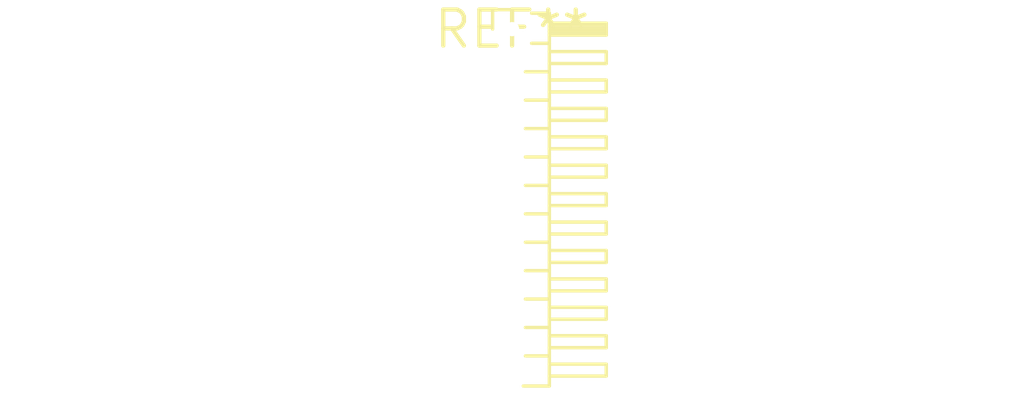
<source format=kicad_pcb>
(kicad_pcb (version 20240108) (generator pcbnew)
  (layers (0 "F.Cu" signal) (31 "B.Cu" signal) (34 "B.Paste" user) (35 "F.Paste" user) (36 "B.SilkS" user "B.Silkscreen") (37 "F.SilkS" user "F.Silkscreen") (38 "B.Mask" user) (39 "F.Mask" user) (44 "Edge.Cuts" user))
  (net 0 "")
  (footprint "PinHeader_1x13_P1.00mm_Horizontal" (layer "F.Cu") (at 0 0)
    (property "Reference" "REF**")
    (property "Value" "PinHeader_1x13_P1.00mm_Horizontal")
    (fp_line (start -0.685 -0.685) (end 0 -0.685) (layer "F.SilkS") (stroke (width 0.12)))
    (fp_line (start -0.685 0) (end -0.685 -0.685) (layer "F.SilkS") (stroke (width 0.12)))
    (fp_line (start 0.468215 1.5) (end 1.31 1.5) (layer "F.SilkS") (stroke (width 0.12)))
    (fp_line (start 0.468215 2.5) (end 1.31 2.5) (layer "F.SilkS") (stroke (width 0.12)))
    (fp_line (start 0.468215 3.5) (end 1.31 3.5) (layer "F.SilkS") (stroke (width 0.12)))
    (fp_line (start 0.468215 4.5) (end 1.31 4.5) (layer "F.SilkS") (stroke (width 0.12)))
    (fp_line (start 0.468215 5.5) (end 1.31 5.5) (layer "F.SilkS") (stroke (width 0.12)))
    (fp_line (start 0.468215 6.5) (end 1.31 6.5) (layer "F.SilkS") (stroke (width 0.12)))
    (fp_line (start 0.468215 7.5) (end 1.31 7.5) (layer "F.SilkS") (stroke (width 0.12)))
    (fp_line (start 0.468215 8.5) (end 1.31 8.5) (layer "F.SilkS") (stroke (width 0.12)))
    (fp_line (start 0.468215 9.5) (end 1.31 9.5) (layer "F.SilkS") (stroke (width 0.12)))
    (fp_line (start 0.468215 10.5) (end 1.31 10.5) (layer "F.SilkS") (stroke (width 0.12)))
    (fp_line (start 0.468215 11.5) (end 1.31 11.5) (layer "F.SilkS") (stroke (width 0.12)))
    (fp_line (start 0.685 -0.56) (end 1.31 -0.56) (layer "F.SilkS") (stroke (width 0.12)))
    (fp_line (start 0.685 0.5) (end 1.31 0.5) (layer "F.SilkS") (stroke (width 0.12)))
    (fp_line (start 1.31 -0.56) (end 1.31 12.56) (layer "F.SilkS") (stroke (width 0.12)))
    (fp_line (start 1.31 -0.21) (end 3.31 -0.21) (layer "F.SilkS") (stroke (width 0.12)))
    (fp_line (start 1.31 -0.15) (end 3.31 -0.15) (layer "F.SilkS") (stroke (width 0.12)))
    (fp_line (start 1.31 -0.03) (end 3.31 -0.03) (layer "F.SilkS") (stroke (width 0.12)))
    (fp_line (start 1.31 0.09) (end 3.31 0.09) (layer "F.SilkS") (stroke (width 0.12)))
    (fp_line (start 1.31 0.79) (end 3.31 0.79) (layer "F.SilkS") (stroke (width 0.12)))
    (fp_line (start 1.31 1.79) (end 3.31 1.79) (layer "F.SilkS") (stroke (width 0.12)))
    (fp_line (start 1.31 2.79) (end 3.31 2.79) (layer "F.SilkS") (stroke (width 0.12)))
    (fp_line (start 1.31 3.79) (end 3.31 3.79) (layer "F.SilkS") (stroke (width 0.12)))
    (fp_line (start 1.31 4.79) (end 3.31 4.79) (layer "F.SilkS") (stroke (width 0.12)))
    (fp_line (start 1.31 5.79) (end 3.31 5.79) (layer "F.SilkS") (stroke (width 0.12)))
    (fp_line (start 1.31 6.79) (end 3.31 6.79) (layer "F.SilkS") (stroke (width 0.12)))
    (fp_line (start 1.31 7.79) (end 3.31 7.79) (layer "F.SilkS") (stroke (width 0.12)))
    (fp_line (start 1.31 8.79) (end 3.31 8.79) (layer "F.SilkS") (stroke (width 0.12)))
    (fp_line (start 1.31 9.79) (end 3.31 9.79) (layer "F.SilkS") (stroke (width 0.12)))
    (fp_line (start 1.31 10.79) (end 3.31 10.79) (layer "F.SilkS") (stroke (width 0.12)))
    (fp_line (start 1.31 11.79) (end 3.31 11.79) (layer "F.SilkS") (stroke (width 0.12)))
    (fp_line (start 1.31 12.56) (end 0.394493 12.56) (layer "F.SilkS") (stroke (width 0.12)))
    (fp_line (start 3.31 -0.21) (end 3.31 0.21) (layer "F.SilkS") (stroke (width 0.12)))
    (fp_line (start 3.31 0.21) (end 1.31 0.21) (layer "F.SilkS") (stroke (width 0.12)))
    (fp_line (start 3.31 0.79) (end 3.31 1.21) (layer "F.SilkS") (stroke (width 0.12)))
    (fp_line (start 3.31 1.21) (end 1.31 1.21) (layer "F.SilkS") (stroke (width 0.12)))
    (fp_line (start 3.31 1.79) (end 3.31 2.21) (layer "F.SilkS") (stroke (width 0.12)))
    (fp_line (start 3.31 2.21) (end 1.31 2.21) (layer "F.SilkS") (stroke (width 0.12)))
    (fp_line (start 3.31 2.79) (end 3.31 3.21) (layer "F.SilkS") (stroke (width 0.12)))
    (fp_line (start 3.31 3.21) (end 1.31 3.21) (layer "F.SilkS") (stroke (width 0.12)))
    (fp_line (start 3.31 3.79) (end 3.31 4.21) (layer "F.SilkS") (stroke (width 0.12)))
    (fp_line (start 3.31 4.21) (end 1.31 4.21) (layer "F.SilkS") (stroke (width 0.12)))
    (fp_line (start 3.31 4.79) (end 3.31 5.21) (layer "F.SilkS") (stroke (width 0.12)))
    (fp_line (start 3.31 5.21) (end 1.31 5.21) (layer "F.SilkS") (stroke (width 0.12)))
    (fp_line (start 3.31 5.79) (end 3.31 6.21) (layer "F.SilkS") (stroke (width 0.12)))
    (fp_line (start 3.31 6.21) (end 1.31 6.21) (layer "F.SilkS") (stroke (width 0.12)))
    (fp_line (start 3.31 6.79) (end 3.31 7.21) (layer "F.SilkS") (stroke (width 0.12)))
    (fp_line (start 3.31 7.21) (end 1.31 7.21) (layer "F.SilkS") (stroke (width 0.12)))
    (fp_line (start 3.31 7.79) (end 3.31 8.21) (layer "F.SilkS") (stroke (width 0.12)))
    (fp_line (start 3.31 8.21) (end 1.31 8.21) (layer "F.SilkS") (stroke (width 0.12)))
    (fp_line (start 3.31 8.79) (end 3.31 9.21) (layer "F.SilkS") (stroke (width 0.12)))
    (fp_line (start 3.31 9.21) (end 1.31 9.21) (layer "F.SilkS") (stroke (width 0.12)))
    (fp_line (start 3.31 9.79) (end 3.31 10.21) (layer "F.SilkS") (stroke (width 0.12)))
    (fp_line (start 3.31 10.21) (end 1.31 10.21) (layer "F.SilkS") (stroke (width 0.12)))
    (fp_line (start 3.31 10.79) (end 3.31 11.21) (layer "F.SilkS") (stroke (width 0.12)))
    (fp_line (start 3.31 11.21) (end 1.31 11.21) (layer "F.SilkS") (stroke (width 0.12)))
    (fp_line (start 3.31 11.79) (end 3.31 12.21) (layer "F.SilkS") (stroke (width 0.12)))
    (fp_line (start 3.31 12.21) (end 1.31 12.21) (layer "F.SilkS") (stroke (width 0.12)))
    (pad "1" thru_hole rect (at 0 0) (size 0.85 0.85) (drill 0.5) (layers *.Cu *.Mask) (remove_unused_layers))
    (pad "2" thru_hole oval (at 0 1) (size 0.85 0.85) (drill 0.5) (layers *.Cu *.Mask) (remove_unused_layers))
    (pad "3" thru_hole oval (at 0 2) (size 0.85 0.85) (drill 0.5) (layers *.Cu *.Mask) (remove_unused_layers))
    (pad "4" thru_hole oval (at 0 3) (size 0.85 0.85) (drill 0.5) (layers *.Cu *.Mask) (remove_unused_layers))
    (pad "5" thru_hole oval (at 0 4) (size 0.85 0.85) (drill 0.5) (layers *.Cu *.Mask) (remove_unused_layers))
    (pad "6" thru_hole oval (at 0 5) (size 0.85 0.85) (drill 0.5) (layers *.Cu *.Mask) (remove_unused_layers))
    (pad "7" thru_hole oval (at 0 6) (size 0.85 0.85) (drill 0.5) (layers *.Cu *.Mask) (remove_unused_layers))
    (pad "8" thru_hole oval (at 0 7) (size 0.85 0.85) (drill 0.5) (layers *.Cu *.Mask) (remove_unused_layers))
    (pad "9" thru_hole oval (at 0 8) (size 0.85 0.85) (drill 0.5) (layers *.Cu *.Mask) (remove_unused_layers))
    (pad "10" thru_hole oval (at 0 9) (size 0.85 0.85) (drill 0.5) (layers *.Cu *.Mask) (remove_unused_layers))
    (pad "11" thru_hole oval (at 0 10) (size 0.85 0.85) (drill 0.5) (layers *.Cu *.Mask) (remove_unused_layers))
    (pad "12" thru_hole oval (at 0 11) (size 0.85 0.85) (drill 0.5) (layers *.Cu *.Mask) (remove_unused_layers))
    (pad "13" thru_hole oval (at 0 12) (size 0.85 0.85) (drill 0.5) (layers *.Cu *.Mask) (remove_unused_layers))
  )
)
</source>
